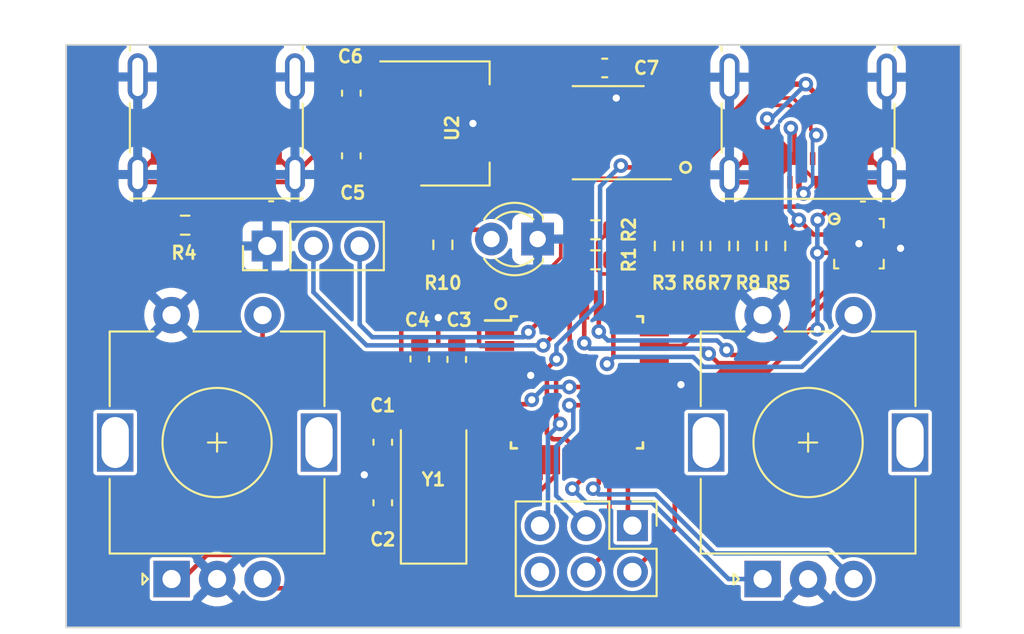
<source format=kicad_pcb>
(kicad_pcb (version 20221018) (generator pcbnew)
  (layers (0 "F.Cu" signal) (31 "B.Cu" signal) (34 "B.Paste" user) (35 "F.Paste" user) (36 "B.SilkS" user "B.Silkscreen") (37 "F.SilkS" user "F.Silkscreen") (38 "B.Mask" user) (39 "F.Mask" user) (44 "Edge.Cuts" user))
  (net 0 "")
  (net 1 "Net-(U1-XTAL1{slash}PB6)")
  (net 2 "GNDD")
  (net 3 "Net-(U1-XTAL2{slash}PB7)")
  (net 4 "+3V3")
  (net 5 "+5V")
  (net 13 "/D+")
  (net 14 "/D-")
  (net 20 "Net-(J1-CC1)")
  (net 21 "/CC1")
  (net 22 "/CC2")
  (net 23 "/VBUS_SW")
  (net 24 "/CPU_D+")
  (net 25 "/CPU_D-")
  (net 26 "/D+_PU")
  (net 27 "GND")
  (net 28 "/CC_RP")
  (net 29 "/CC_RD")
  (net 30 "Net-(D1-A)")
  (net 31 "/LED")
  (net 32 "/SW2A")
  (net 33 "/SW2B")
  (net 34 "/SW2C")
  (net 35 "/SW1A")
  (net 36 "/SW1B")
  (net 37 "/SW1C")
  (net 38 "/MISO")
  (net 39 "/SCK")
  (net 40 "/MOSI")
  (net 41 "/RST")
  (net 42 "Net-(U3-OUTA)")
  (net 46 "/TX")
  (net 47 "/RX")
  (net 48 "/SCL")
  (net 49 "/SDA")
  (footprint "Capacitor_SMD:C_0603_1608Metric" (layer "F.Cu") (at 90.424 57.137 -90)
    (fp_text reference "C1")
    (fp_text value "C")
  )
  (footprint "Resistor_SMD:R_0603_1608Metric" (layer "F.Cu") (at 79.565 45.212)
    (fp_text reference "R4")
    (fp_text value "5k1")
  )
  (footprint "Connector_PinHeader_2.54mm:PinHeader_2x03_P2.54mm_Vertical" (layer "F.Cu") (at 104.14 61.722 -90)
    (fp_text reference "J4" hide)
    (fp_text value "Conn_01x06")
  )
  (footprint "Capacitor_SMD:C_0603_1608Metric" (layer "F.Cu") (at 88.696 41.402 -90)
    (fp_text reference "C5")
    (fp_text value "1u")
  )
  (footprint "Resistor_SMD:R_0603_1608Metric" (layer "F.Cu") (at 102.108 45.466 180)
    (fp_text reference "R2")
    (fp_text value "68R")
  )
  (footprint "Package_QFP:TQFP-32_7x7mm_P0.8mm" (layer "F.Cu") (at 101.092 53.848)
    (fp_text reference "U1" hide)
    (fp_text value "ATmega328P-A")
  )
  (footprint "Crystal:Crystal_SMD_Abracon_ABM3-2Pin_5.0x3.2mm_HandSoldering" (layer "F.Cu") (at 93.218 59.182 90)
    (fp_text reference "Y1")
    (fp_text value "16MHz")
  )
  (footprint "Connector_USB:USB_C_Receptacle_Molex_105450-0101" (layer "F.Cu") (at 81.28 39.624 180)
    (fp_text reference "J1" hide)
    (fp_text value "USB_C_Receptacle_USB2.0_16P")
  )
  (footprint "Capacitor_SMD:C_0603_1608Metric" (layer "F.Cu") (at 88.696 37.959 -90)
    (fp_text reference "C6")
    (fp_text value "1u")
  )
  (footprint "Resistor_SMD:R_0603_1608Metric" (layer "F.Cu") (at 108.9406 46.355 -90)
    (fp_text reference "R7")
    (fp_text value "5k1")
  )
  (footprint "LED_THT:LED_D3.0mm" (layer "F.Cu") (at 98.933 45.974 180)
    (fp_text reference "D1" hide)
    (fp_text value "LED")
  )
  (footprint "Capacitor_SMD:C_0603_1608Metric" (layer "F.Cu") (at 90.424 60.465 90)
    (fp_text reference "C2")
    (fp_text value "C")
  )
  (footprint "Capacitor_SMD:C_0603_1608Metric" (layer "F.Cu") (at 102.616 36.576 180)
    (fp_text reference "C7")
    (fp_text value "1u")
  )
  (footprint "Connector_USB:USB_C_Receptacle_Molex_105450-0101" (layer "F.Cu") (at 113.792 39.639 180)
    (fp_text reference "J3" hide)
    (fp_text value "USB_C_Receptacle_USB2.0_16P")
  )
  (footprint "Package_TO_SOT_SMD:SOT-223-3_TabPin2" (layer "F.Cu") (at 94.386 39.624)
    (fp_text reference "U2")
    (fp_text value "MCP1703Ax-330xxDB")
  )
  (footprint "Rotary_Encoder:RotaryEncoder_Alps_EC11E-Switch_Vertical_H20mm" (layer "F.Cu") (at 111.292 64.654 90)
    (fp_text reference "SW3" hide)
    (fp_text value "EC12E2 424407")
  )
  (footprint "Resistor_SMD:R_0603_1608Metric" (layer "F.Cu") (at 105.8926 46.355 -90)
    (fp_text reference "R3")
    (fp_text value "1k5")
  )
  (footprint "Capacitor_SMD:C_0603_1608Metric" (layer "F.Cu") (at 92.456 52.565 -90)
    (fp_text reference "C4")
    (fp_text value "4u7")
  )
  (footprint "Resistor_SMD:R_0603_1608Metric" (layer "F.Cu") (at 93.726 46.291 -90)
    (fp_text reference "R10")
    (fp_text value "330R")
  )
  (footprint "Resistor_SMD:R_0603_1608Metric" (layer "F.Cu") (at 102.108 47.117 180)
    (fp_text reference "R1")
    (fp_text value "68R")
  )
  (footprint "Package_DFN_QFN:WQFN-14-1EP_2.5x2.5mm_P0.5mm_EP1.45x1.45mm" (layer "F.Cu") (at 116.586 46.228)
    (fp_text reference "U4" hide)
    (fp_text value "FUSB302B01MPX")
  )
  (footprint "Resistor_SMD:R_0603_1608Metric" (layer "F.Cu") (at 110.46 46.355 -90)
    (fp_text reference "R8")
    (fp_text value "36k")
  )
  (footprint "Rotary_Encoder:RotaryEncoder_Alps_EC11E-Switch_Vertical_H20mm" (layer "F.Cu") (at 78.82 64.654 90)
    (fp_text reference "SW1" hide)
    (fp_text value "RotaryEncoder_Switch")
  )
  (footprint "Package_SO:SOIC-8_3.9x4.9mm_P1.27mm" (layer "F.Cu") (at 102.808 40.132 180)
    (fp_text reference "U3" hide)
    (fp_text value "MIC2026-1xM")
  )
  (footprint "Capacitor_SMD:C_0603_1608Metric" (layer "F.Cu") (at 94.488 52.591 -90)
    (fp_text reference "C3")
    (fp_text value "100n")
  )
  (footprint "Connector_PinHeader_2.54mm:PinHeader_1x03_P2.54mm_Vertical" (layer "F.Cu") (at 84.074 46.355 90)
    (fp_text reference "J2" hide)
    (fp_text value "Conn_01x03")
  )
  (footprint "Resistor_SMD:R_0603_1608Metric" (layer "F.Cu") (at 107.4166 46.355 -90)
    (fp_text reference "R6")
    (fp_text value "5k1")
  )
  (footprint "Resistor_SMD:R_0603_1608Metric" (layer "F.Cu") (at 112.014 46.355 -90)
    (fp_text reference "R5")
    (fp_text value "36k")
  )
  (gr_circle (center 107.061 42.037) (end 107.315 42.164) (stroke (width 0.15)) (fill none) (layer "F.SilkS"))
  (gr_circle (center 96.901 49.53) (end 97.155 49.657) (stroke (width 0.15)) (fill none) (layer "F.SilkS"))
  (gr_circle (center 115.226 44.868) (end 115.48 44.995) (stroke (width 0.15)) (fill none) (layer "F.SilkS"))
  (gr_rect (start 73.025 35.306) (end 122.174 67.31) (stroke (width 0.1)) (fill none) (layer "Edge.Cuts"))
  (segment (start 93.1605 56.362) (end 93.218 56.4195) (width 0.25) (layer "F.Cu") (net 1))
  (segment (start 93.7895 55.848) (end 93.218 56.4195) (width 0.25) (layer "F.Cu") (net 1))
  (segment (start 90.424 56.362) (end 93.1605 56.362) (width 0.25) (layer "F.Cu") (net 1))
  (segment (start 96.842 55.848) (end 93.7895 55.848) (width 0.25) (layer "F.Cu") (net 1))
  (segment (start 85.715 37.184) (end 85.6 37.069) (width 0.25) (layer "F.Cu") (net 2))
  (segment (start 103.632 36.576) (end 105.283 38.227) (width 0.3) (layer "F.Cu") (net 2))
  (segment (start 98.552 52.959) (end 98.241 52.648) (width 0.25) (layer "F.Cu") (net 2))
  (segment (start 77.85 41.539) (end 76.96 42.429) (width 0.25) (layer "F.Cu") (net 2))
  (segment (start 77.37 42.839) (end 76.96 42.429) (width 0.25) (layer "F.Cu") (net 2))
  (segment (start 117.222 41.554) (end 118.112 42.444) (width 0.25) (layer "F.Cu") (net 2))
  (segment (start 117.702 42.854) (end 118.112 42.444) (width 0.25) (layer "F.Cu") (net 2))
  (segment (start 116.892 41.554) (end 117.222 41.554) (width 0.25) (layer "F.Cu") (net 2))
  (segment (start 85.19 42.839) (end 85.6 42.429) (width 0.25) (layer "F.Cu") (net 2))
  (segment (start 90.424 58.928) (end 90.424 57.912) (width 0.25) (layer "F.Cu") (net 2))
  (segment (start 98.552 53.848) (end 98.152 54.248) (width 0.25) (layer "F.Cu") (net 2))
  (segment (start 100.333 39.497) (end 97.663 39.497) (width 0.3) (layer "F.Cu") (net 2))
  (segment (start 110.362 41.554) (end 109.472 42.444) (width 0.25) (layer "F.Cu") (net 2))
  (segment (start 88.696 40.627) (end 90.233 40.627) (width 0.25) (layer "F.Cu") (net 2))
  (segment (start 87.402 40.627) (end 85.6 42.429) (width 0.25) (layer "F.Cu") (net 2))
  (segment (start 78.18 41.539) (end 77.85 41.539) (width 0.25) (layer "F.Cu") (net 2))
  (segment (start 92.482 51.816) (end 92.456 51.79) (width 0.25) (layer "F.Cu") (net 2))
  (segment (start 98.552 53.467) (end 98.552 52.959) (width 0.25) (layer "F.Cu") (net 2))
  (segment (start 110.792 42.854) (end 109.882 42.854) (width 0.25) (layer "F.Cu") (net 2))
  (segment (start 106.28 53.448) (end 106.807 53.975) (width 0.25) (layer "F.Cu") (net 2))
  (segment (start 116.792 42.854) (end 117.702 42.854) (width 0.25) (layer "F.Cu") (net 2))
  (segment (start 97.663 39.497) (end 97.536 39.624) (width 0.3) (layer "F.Cu") (net 2))
  (segment (start 93.472 51.816) (end 93.472 50.292) (width 0.25) (layer "F.Cu") (net 2))
  (segment (start 78.28 44.752) (end 78.74 45.212) (width 0.25) (layer "F.Cu") (net 2))
  (segment (start 103.391 36.576) (end 103.632 36.576) (width 0.3) (layer "F.Cu") (net 2))
  (segment (start 93.472 51.816) (end 92.482 51.816) (width 0.25) (layer "F.Cu") (net 2))
  (segment (start 98.552 53.467) (end 98.552 53.848) (width 0.25) (layer "F.Cu") (net 2))
  (segment (start 90.424 59.69) (end 90.424 58.928) (width 0.25) (layer "F.Cu") (net 2))
  (segment (start 118.1025 46.482) (end 118.872 46.482) (width 0.25) (layer "F.Cu") (net 2))
  (segment (start 97.536 39.624) (end 95.377 39.624) (width 0.25) (layer "F.Cu") (net 2))
  (segment (start 78.28 42.839) (end 78.28 44.752) (width 0.25) (layer "F.Cu") (net 2))
  (segment (start 105.283 38.227) (end 103.251 38.227) (width 0.3) (layer "F.Cu") (net 2))
  (segment (start 110.692 41.554) (end 110.362 41.554) (width 0.25) (layer "F.Cu") (net 2))
  (segment (start 84.71 41.539) (end 85.6 42.429) (width 0.25) (layer "F.Cu") (net 2))
  (segment (start 90.233 40.627) (end 91.236 39.624) (width 0.25) (layer "F.Cu") (net 2))
  (segment (start 117.8485 46.228) (end 117.8485 46.728) (width 0.25) (layer "F.Cu") (net 2))
  (segment (start 109.882 42.854) (end 109.472 42.444) (width 0.25) (layer "F.Cu") (net 2))
  (segment (start 84.28 42.839) (end 85.19 42.839) (width 0.25) (layer "F.Cu") (net 2))
  (segment (start 105.342 53.448) (end 106.28 53.448) (width 0.25) (layer "F.Cu") (net 2))
  (segment (start 94.488 51.816) (end 93.472 51.816) (width 0.25) (layer "F.Cu") (net 2))
  (segment (start 98.241 52.648) (end 96.842 52.648) (width 0.25) (layer "F.Cu") (net 2))
  (segment (start 78.28 42.839) (end 77.37 42.839) (width 0.25) (layer "F.Cu") (net 2))
  (segment (start 117.8485 46.228) (end 118.1025 46.482) (width 0.25) (layer "F.Cu") (net 2))
  (segment (start 84.38 41.539) (end 84.71 41.539) (width 0.25) (layer "F.Cu") (net 2))
  (segment (start 88.696 40.627) (end 87.402 40.627) (width 0.25) (layer "F.Cu") (net 2))
  (segment (start 88.696 37.184) (end 85.715 37.184) (width 0.25) (layer "F.Cu") (net 2))
  (segment (start 98.152 54.248) (end 96.842 54.248) (width 0.25) (layer "F.Cu") (net 2))
  (segment (start 90.424 58.928) (end 89.408 58.928) (width 0.25) (layer "F.Cu") (net 2))
  (via (at 93.472 50.292) (size 0.8) (drill 0.4) (layers "F.Cu" "B.Cu") (net 2))
  (via (at 103.251 38.227) (size 0.8) (drill 0.4) (layers "F.Cu" "B.Cu") (net 2))
  (via (at 116.586 46.228) (size 0.8) (drill 0.4) (layers "F.Cu" "B.Cu") (net 2))
  (via (at 118.872 46.482) (size 0.8) (drill 0.4) (layers "F.Cu" "B.Cu") (net 2))
  (via (at 106.807 53.975) (size 0.8) (drill 0.4) (layers "F.Cu" "B.Cu") (net 2))
  (via (at 89.408 58.928) (size 0.8) (drill 0.4) (layers "F.Cu" "B.Cu") (net 2))
  (via (at 95.377 39.624) (size 0.8) (drill 0.4) (layers "F.Cu" "B.Cu") (net 2))
  (via (at 98.552 53.467) (size 0.8) (drill 0.4) (layers "F.Cu" "B.Cu") (net 2))
  (segment (start 96.842 56.648) (end 95.752 56.648) (width 0.25) (layer "F.Cu") (net 3))
  (segment (start 92.5135 61.24) (end 93.218 61.9445) (width 0.25) (layer "F.Cu") (net 3))
  (segment (start 90.424 61.24) (end 92.5135 61.24) (width 0.25) (layer "F.Cu") (net 3))
  (segment (start 95.25 57.15) (end 95.25 59.9125) (width 0.25) (layer "F.Cu") (net 3))
  (segment (start 95.25 59.9125) (end 93.218 61.9445) (width 0.25) (layer "F.Cu") (net 3))
  (segment (start 95.752 56.648) (end 95.25 57.15) (width 0.25) (layer "F.Cu") (net 3))
  (segment (start 116.336 44.9655) (end 116.836 44.9655) (width 0.25) (layer "F.Cu") (net 4))
  (segment (start 104.417 55.848) (end 105.342 55.848) (width 0.25) (layer "F.Cu") (net 4))
  (segment (start 106.392 55.848) (end 105.342 55.848) (width 0.25) (layer "F.Cu") (net 4))
  (segment (start 108.995 53.245) (end 111.603792 53.245) (width 0.25) (layer "F.Cu") (net 4))
  (segment (start 102.671 54.102) (end 104.417 55.848) (width 0.25) (layer "F.Cu") (net 4))
  (segment (start 104.14 64.262) (end 106.467 61.935) (width 0.25) (layer "F.Cu") (net 4))
  (segment (start 100.674 54.102) (end 102.671 54.102) (width 0.25) (layer "F.Cu") (net 4))
  (segment (start 116.336 44.57826) (end 116.336 44.9655) (width 0.25) (layer "F.Cu") (net 4))
  (segment (start 92.456 53.34) (end 91.44 52.324) (width 0.25) (layer "F.Cu") (net 4))
  (segment (start 114.315254 44.926948) (end 114.939202 44.303) (width 0.25) (layer "F.Cu") (net 4))
  (segment (start 111.603792 53.245) (end 113.916441 50.932351) (width 0.25) (layer "F.Cu") (net 4))
  (segment (start 106.392 55.848) (end 108.995 53.245) (width 0.25) (layer "F.Cu") (net 4))
  (segment (start 106.467 55.923) (end 106.392 55.848) (width 0.25) (layer "F.Cu") (net 4))
  (segment (start 98.611036 54.809171) (end 98.372207 55.048) (width 0.25) (layer "F.Cu") (net 4))
  (segment (start 115.3235 46.728) (end 114.308 46.728) (width 0.25) (layer "F.Cu") (net 4))
  (segment (start 95.792 55.048) (end 96.842 55.048) (width 0.25) (layer "F.Cu") (net 4))
  (segment (start 91.44 42.128) (end 91.236 41.924) (width 0.25) (layer "F.Cu") (net 4))
  (segment (start 90.983 42.177) (end 91.236 41.924) (width 0.25) (layer "F.Cu") (net 4))
  (segment (start 115.3235 46.978) (end 115.836 47.4905) (width 0.25) (layer "F.Cu") (net 4))
  (segment (start 94.488 53.366) (end 95.504 53.366) (width 0.25) (layer "F.Cu") (net 4))
  (segment (start 95.504 54.76) (end 95.792 55.048) (width 0.25) (layer "F.Cu") (net 4))
  (segment (start 92.482 53.366) (end 92.456 53.34) (width 0.25) (layer "F.Cu") (net 4))
  (segment (start 95.504 53.366) (end 96.76 53.366) (width 0.25) (layer "F.Cu") (net 4))
  (segment (start 98.372207 55.048) (end 96.842 55.048) (width 0.25) (layer "F.Cu") (net 4))
  (segment (start 94.488 53.366) (end 92.482 53.366) (width 0.25) (layer "F.Cu") (net 4))
  (segment (start 116.06074 44.303) (end 116.336 44.57826) (width 0.25) (layer "F.Cu") (net 4))
  (segment (start 114.308 46.728) (end 114.3 46.736) (width 0.25) (layer "F.Cu") (net 4))
  (segment (start 115.3235 46.728) (end 115.3235 46.978) (width 0.25) (layer "F.Cu") (net 4))
  (segment (start 96.76 53.366) (end 96.842 53.448) (width 0.25) (layer "F.Cu") (net 4))
  (segment (start 88.696 42.177) (end 90.983 42.177) (width 0.25) (layer "F.Cu") (net 4))
  (segment (start 113.916441 50.932351) (end 114.305351 50.932351) (width 0.25) (layer "F.Cu") (net 4))
  (segment (start 91.44 52.324) (end 91.44 42.128) (width 0.25) (layer "F.Cu") (net 4))
  (segment (start 106.467 61.935) (end 106.467 55.923) (width 0.25) (layer "F.Cu") (net 4))
  (segment (start 114.939202 44.303) (end 116.06074 44.303) (width 0.25) (layer "F.Cu") (net 4))
  (segment (start 95.504 53.366) (end 95.504 54.76) (width 0.25) (layer "F.Cu") (net 4))
  (via (at 114.305351 50.932351) (size 0.8) (drill 0.4) (layers "F.Cu" "B.Cu") (net 4))
  (via (at 100.674 54.102) (size 0.8) (drill 0.4) (layers "F.Cu" "B.Cu") (net 4))
  (via (at 114.3 46.736) (size 0.8) (drill 0.4) (layers "F.Cu" "B.Cu") (net 4))
  (via (at 114.315254 44.926948) (size 0.8) (drill 0.4) (layers "F.Cu" "B.Cu") (net 4))
  (via (at 98.611036 54.809171) (size 0.8) (drill 0.4) (layers "F.Cu" "B.Cu") (net 4))
  (segment (start 99.318207 54.102) (end 98.611036 54.809171) (width 0.25) (layer "B.Cu") (net 4))
  (segment (start 114.305351 46.741351) (end 114.3 46.736) (width 0.25) (layer "B.Cu") (net 4))
  (segment (start 114.3 44.942202) (end 114.315254 44.926948) (width 0.25) (layer "B.Cu") (net 4))
  (segment (start 100.674 54.102) (end 99.318207 54.102) (width 0.25) (layer "B.Cu") (net 4))
  (segment (start 114.305351 50.932351) (end 114.305351 46.741351) (width 0.25) (layer "B.Cu") (net 4))
  (segment (start 114.3 46.736) (end 114.3 44.942202) (width 0.25) (layer "B.Cu") (net 4))
  (segment (start 82.505 40.864) (end 82.729 40.64) (width 0.3) (layer "F.Cu") (net 5))
  (segment (start 82.78 42.839) (end 82.78 42.3686) (width 0.3) (layer "F.Cu") (net 5))
  (segment (start 79.78 42.839) (end 79.78 42.3178) (width 0.3) (layer "F.Cu") (net 5))
  (segment (start 101.841 36.576) (end 101.841 40.233999) (width 0.3) (layer "F.Cu") (net 5))
  (segment (start 82.281 40.64) (end 82.505 40.864) (width 0.3) (layer "F.Cu") (net 5))
  (segment (start 87.855 38.734) (end 88.696 38.734) (width 0.3) (layer "F.Cu") (net 5))
  (segment (start 80.03 42.0678) (end 80.03 41.539) (width 0.3) (layer "F.Cu") (net 5))
  (segment (start 89.826 38.734) (end 88.696 38.734) (width 0.3) (layer "F.Cu") (net 5))
  (segment (start 82.53 42.1186) (end 82.53 41.539) (width 0.3) (layer "F.Cu") (net 5))
  (segment (start 82.78 42.3686) (end 82.53 42.1186) (width 0.25) (layer "F.Cu") (net 5))
  (segment (start 91.236 37.324) (end 89.826 38.734) (width 0.3) (layer "F.Cu") (net 5))
  (segment (start 91.984 36.576) (end 91.236 37.324) (width 0.3) (layer "F.Cu") (net 5))
  (segment (start 101.841 36.576) (end 91.984 36.576) (width 0.3) (layer "F.Cu") (net 5))
  (segment (start 79.78 42.3178) (end 80.03 42.0678) (width 0.3) (layer "F.Cu") (net 5))
  (segment (start 82.53 40.889) (end 82.53 41.539) (width 0.3) (layer "F.Cu") (net 5))
  (segment (start 80.03 40.889) (end 80.279 40.64) (width 0.3) (layer "F.Cu") (net 5))
  (segment (start 101.841 40.233999) (end 101.307999 40.767) (width 0.3) (layer "F.Cu") (net 5))
  (segment (start 82.505 40.864) (end 82.53 40.889) (width 0.3) (layer "F.Cu") (net 5))
  (segment (start 80.279 40.64) (end 82.281 40.64) (width 0.3) (layer "F.Cu") (net 5))
  (segment (start 85.949 40.64) (end 87.855 38.734) (width 0.3) (layer "F.Cu") (net 5))
  (segment (start 80.03 41.539) (end 80.03 40.889) (width 0.3) (layer "F.Cu") (net 5))
  (segment (start 101.307999 40.767) (end 100.333 40.767) (width 0.3) (layer "F.Cu") (net 5))
  (segment (start 82.729 40.64) (end 85.949 40.64) (width 0.3) (layer "F.Cu") (net 5))
  (segment (start 113.542 41.554) (end 113.542 42.104) (width 0.2) (layer "F.Cu") (net 13))
  (segment (start 113.542 41.554) (end 113.542 39.374) (width 0.2) (layer "F.Cu") (net 13))
  (segment (start 113.542 39.374) (end 112.795 38.627) (width 0.2) (layer "F.Cu") (net 13))
  (segment (start 104.521 45.593) (end 104.521 46.863) (width 0.2) (layer "F.Cu") (net 13))
  (segment (start 108.175 42.3842) (end 106.3922 44.167) (width 0.2) (layer "F.Cu") (net 13))
  (segment (start 105.566 44.167) (end 104.521 45.212) (width 0.2) (layer "F.Cu") (net 13))
  (segment (start 112.795 38.627) (end 111.292082 38.627) (width 0.2) (layer "F.Cu") (net 13))
  (segment (start 111.292082 38.627) (end 108.175 41.744082) (width 0.2) (layer "F.Cu") (net 13))
  (segment (start 104.521 45.212) (end 104.521 45.593) (width 0.2) (layer "F.Cu") (net 13))
  (segment (start 108.175 41.744082) (end 108.175 42.3842) (width 0.2) (layer "F.Cu") (net 13))
  (segment (start 106.3922 44.167) (end 105.566 44.167) (width 0.2) (layer "F.Cu") (net 13))
  (segment (start 113.542 42.104) (end 114.292 42.854) (width 0.2) (layer "F.Cu") (net 13))
  (segment (start 104.521 46.863) (end 104.267 47.117) (width 0.2) (layer "F.Cu") (net 13))
  (segment (start 104.267 47.117) (end 102.933 47.117) (width 0.2) (layer "F.Cu") (net 13))
  (segment (start 112.960686 38.227) (end 113.942 39.208314) (width 0.2) (layer "F.Cu") (net 14))
  (segment (start 102.233 47.6832) (end 102.4418 47.892) (width 0.2) (layer "F.Cu") (net 14))
  (segment (start 103.505 46.355) (end 104.121 46.355) (width 0.2) (layer "F.Cu") (net 14))
  (segment (start 114.042 40.459) (end 114.042 41.554) (width 0.2) (layer "F.Cu") (net 14))
  (segment (start 104.121 45.046315) (end 105.450314 43.717) (width 0.2) (layer "F.Cu") (net 14))
  (segment (start 111.126396 38.227) (end 112.960686 38.227) (width 0.2) (layer "F.Cu") (net 14))
  (segment (start 102.233 46.166) (end 102.233 47.6832) (width 0.2) (layer "F.Cu") (net 14))
  (segment (start 113.942 39.208314) (end 113.942 39.959) (width 0.2) (layer "F.Cu") (net 14))
  (segment (start 102.933 45.783) (end 103.505 46.355) (width 0.2) (layer "F.Cu") (net 14))
  (segment (start 113.292 43.225) (end 113.538 43.471) (width 0.2) (layer "F.Cu") (net 14))
  (segment (start 113.292 42.854) (end 113.292 43.225) (width 0.2) (layer "F.Cu") (net 14))
  (segment (start 106.276514 43.717) (end 107.775 42.218514) (width 0.2) (layer "F.Cu") (net 14))
  (segment (start 102.933 45.466) (end 102.933 45.783) (width 0.2) (layer "F.Cu") (net 14))
  (segment (start 105.029 46.3936) (end 105.8926 45.53) (width 0.2) (layer "F.Cu") (net 14))
  (segment (start 113.942 39.959) (end 114.242 40.259) (width 0.2) (layer "F.Cu") (net 14))
  (segment (start 107.775 42.218514) (end 107.775 41.578396) (width 0.2) (layer "F.Cu") (net 14))
  (segment (start 102.933 45.466) (end 102.233 46.166) (width 0.2) (layer "F.Cu") (net 14))
  (segment (start 102.4418 47.892) (end 104.057686 47.892) (width 0.2) (layer "F.Cu") (net 14))
  (segment (start 105.450314 43.717) (end 106.276514 43.717) (width 0.2) (layer "F.Cu") (net 14))
  (segment (start 104.057686 47.892) (end 105.029 46.920686) (width 0.2) (layer "F.Cu") (net 14))
  (segment (start 114.242 40.259) (end 114.042 40.459) (width 0.2) (layer "F.Cu") (net 14))
  (segment (start 107.775 41.578396) (end 111.126396 38.227) (width 0.2) (layer "F.Cu") (net 14))
  (segment (start 104.121 46.355) (end 104.121 45.046315) (width 0.2) (layer "F.Cu") (net 14))
  (segment (start 105.029 46.920686) (end 105.029 46.3936) (width 0.2) (layer "F.Cu") (net 14))
  (via (at 113.538 43.471) (size 0.8) (drill 0.4) (layers "F.Cu" "B.Cu") (net 14))
  (via (at 114.242 40.259) (size 0.8) (drill 0.4) (layers "F.Cu" "B.Cu") (net 14))
  (segment (start 114.042 42.967) (end 113.538 43.471) (width 0.2) (layer "B.Cu") (net 14))
  (segment (start 114.042 40.459) (end 114.042 42.967) (width 0.2) (layer "B.Cu") (net 14))
  (segment (start 114.242 40.259) (end 114.042 40.459) (width 0.2) (layer "B.Cu") (net 14))
  (segment (start 82.28 42.839) (end 82.28 43.322) (width 0.25) (layer "F.Cu") (net 20))
  (segment (start 82.28 43.322) (end 80.39 45.212) (width 0.25) (layer "F.Cu") (net 20))
  (segment (start 108.3316 44.615) (end 107.4166 45.53) (width 0.25) (layer "F.Cu") (net 21))
  (segment (start 117.336 44.057) (end 116.833 43.554) (width 0.25) (layer "F.Cu") (net 21))
  (segment (start 110.46 45.53) (end 109.545 44.615) (width 0.25) (layer "F.Cu") (net 21))
  (segment (start 117.336 44.9655) (end 117.336 44.057) (width 0.25) (layer "F.Cu") (net 21))
  (segment (start 109.545 44.615) (end 108.3316 44.615) (width 0.25) (layer "F.Cu") (net 21))
  (segment (start 110.46 45.53) (end 111.794 44.196) (width 0.25) (layer "F.Cu") (net 21))
  (segment (start 117.6095 44.9655) (end 117.336 44.9655) (width 0.25) (layer "F.Cu") (net 21))
  (segment (start 114.15 44.196) (end 114.792 43.554) (width 0.25) (layer "F.Cu") (net 21))
  (segment (start 114.792 43.554) (end 114.792 42.854) (width 0.25) (layer "F.Cu") (net 21))
  (segment (start 116.833 43.554) (end 114.792 43.554) (width 0.25) (layer "F.Cu") (net 21))
  (segment (start 111.794 44.196) (end 114.15 44.196) (width 0.25) (layer "F.Cu") (net 21))
  (segment (start 117.8485 45.2045) (end 117.6095 44.9655) (width 0.25) (layer "F.Cu") (net 21))
  (segment (start 117.8485 45.728) (end 117.8485 45.2045) (width 0.25) (layer "F.Cu") (net 21))
  (segment (start 115.3235 45.27775) (end 115.3235 45.728) (width 0.25) (layer "F.Cu") (net 22))
  (segment (start 112.842 39.878) (end 113.042 40.078) (width 0.25) (layer "F.Cu") (net 22))
  (segment (start 114.091 45.728) (end 113.284 44.921) (width 0.25) (layer "F.Cu") (net 22))
  (segment (start 108.9406 45.53) (end 109.7386 46.328) (width 0.25) (layer "F.Cu") (net 22))
  (segment (start 115.3235 45.728) (end 114.091 45.728) (width 0.25) (layer "F.Cu") (net 22))
  (segment (start 111.216 46.328) (end 112.014 45.53) (width 0.25) (layer "F.Cu") (net 22))
  (segment (start 109.7386 46.328) (end 111.216 46.328) (width 0.25) (layer "F.Cu") (net 22))
  (segment (start 115.836 44.9655) (end 115.63575 44.9655) (width 0.25) (layer "F.Cu") (net 22))
  (segment (start 115.63575 44.9655) (end 115.3235 45.27775) (width 0.25) (layer "F.Cu") (net 22))
  (segment (start 113.284 44.921) (end 112.675 45.53) (width 0.25) (layer "F.Cu") (net 22))
  (segment (start 113.042 40.078) (end 113.042 41.554) (width 0.25) (layer "F.Cu") (net 22))
  (segment (start 112.675 45.53) (end 112.014 45.53) (width 0.25) (layer "F.Cu") (net 22))
  (via (at 113.284 44.921) (size 0.8) (drill 0.4) (layers "F.Cu" "B.Cu") (net 22))
  (via (at 112.842 39.878) (size 0.8) (drill 0.4) (layers "F.Cu" "B.Cu") (net 22))
  (segment (start 112.776 44.413) (end 113.284 44.921) (width 0.25) (layer "B.Cu") (net 22))
  (segment (start 112.842 39.878) (end 112.776 39.944) (width 0.25) (layer "B.Cu") (net 22))
  (segment (start 112.776 39.944) (end 112.776 44.413) (width 0.25) (layer "B.Cu") (net 22))
  (segment (start 103.605 42.037) (end 103.505 41.937) (width 0.25) (layer "F.Cu") (net 23))
  (segment (start 99.441 56.642) (end 99.772 56.973) (width 0.25) (layer "F.Cu") (net 23))
  (segment (start 99.967 52.578) (end 99.441 53.104) (width 0.25) (layer "F.Cu") (net 23))
  (segment (start 100.692 57.173) (end 100.692 58.098) (width 0.25) (layer "F.Cu") (net 23))
  (segment (start 100.492 56.973) (end 100.692 57.173) (width 0.25) (layer "F.Cu") (net 23))
  (segment (start 105.283 42.037) (end 103.605 42.037) (width 0.25) (layer "F.Cu") (net 23))
  (segment (start 99.441 53.104) (end 99.441 56.642) (width 0.25) (layer "F.Cu") (net 23))
  (segment (start 99.772 56.973) (end 100.492 56.973) (width 0.25) (layer "F.Cu") (net 23))
  (via (at 99.967 52.578) (size 0.8) (drill 0.4) (layers "F.Cu" "B.Cu") (net 23))
  (via (at 103.505 41.937) (size 0.8) (drill 0.4) (layers "F.Cu" "B.Cu") (net 23))
  (segment (start 102.362 43.08) (end 103.505 41.937) (width 0.25) (layer "B.Cu") (net 23))
  (segment (start 99.967 51.809957) (end 102.362 49.414957) (width 0.25) (layer "B.Cu") (net 23))
  (segment (start 102.362 49.414957) (end 102.362 43.08) (width 0.25) (layer "B.Cu") (net 23))
  (segment (start 99.967 52.578) (end 99.967 51.809957) (width 0.25) (layer "B.Cu") (net 23))
  (segment (start 100.603 47.225) (end 100.603 46.463) (width 0.2) (layer "F.Cu") (net 24))
  (segment (start 101.1685 46.241) (end 101.283 46.3555) (width 0.2) (layer "F.Cu") (net 24))
  (segment (start 100.603 46.463) (end 100.825 46.241) (width 0.2) (layer "F.Cu") (net 24))
  (segment (start 98.292 49.598) (end 97.979 49.911) (width 0.2) (layer "F.Cu") (net 24))
  (segment (start 101.283 46.3555) (end 101.283 47.117) (width 0.2) (layer "F.Cu") (net 24))
  (segment (start 97.979 49.911) (end 97.047 49.911) (width 0.2) (layer "F.Cu") (net 24))
  (segment (start 97.047 49.911) (end 97.047 49.187686) (width 0.2) (layer "F.Cu") (net 24))
  (segment (start 99.33 48.498) (end 100.603 47.225) (width 0.2) (layer "F.Cu") (net 24))
  (segment (start 100.825 46.241) (end 101.1685 46.241) (width 0.2) (layer "F.Cu") (net 24))
  (segment (start 97.736686 48.498) (end 99.33 48.498) (width 0.2) (layer "F.Cu") (net 24))
  (segment (start 97.047 49.187686) (end 97.736686 48.498) (width 0.2) (layer "F.Cu") (net 24))
  (segment (start 100.203 46.99) (end 99.095 48.098) (width 0.2) (layer "F.Cu") (net 25))
  (segment (start 100.203 45.974) (end 100.203 46.99) (width 0.2) (layer "F.Cu") (net 25))
  (segment (start 101.283 45.466) (end 100.711 45.466) (width 0.2) (layer "F.Cu") (net 25))
  (segment (start 99.095 48.098) (end 97.571001 48.098) (width 0.2) (layer "F.Cu") (net 25))
  (segment (start 97.571001 48.098) (end 96.647 49.022) (width 0.2) (layer "F.Cu") (net 25))
  (segment (start 96.647 50.853) (end 96.842 51.048) (width 0.2) (layer "F.Cu") (net 25))
  (segment (start 96.647 49.022) (end 96.647 50.853) (width 0.2) (layer "F.Cu") (net 25))
  (segment (start 100.711 45.466) (end 100.203 45.974) (width 0.2) (layer "F.Cu") (net 25))
  (segment (start 105.8926 47.5974) (end 103.892 49.598) (width 0.25) (layer "F.Cu") (net 26))
  (segment (start 105.8926 47.18) (end 105.8926 47.5974) (width 0.25) (layer "F.Cu") (net 26))
  (segment (start 112.014 47.18) (end 110.46 47.18) (width 0.25) (layer "F.Cu") (net 28))
  (segment (start 106.902 51.848) (end 105.342 51.848) (width 0.25) (layer "F.Cu") (net 28))
  (segment (start 110.46 48.29) (end 106.902 51.848) (width 0.25) (layer "F.Cu") (net 28))
  (segment (start 110.46 47.18) (end 110.46 48.29) (width 0.25) (layer "F.Cu") (net 28))
  (segment (start 108.9406 48.7934) (end 106.686 51.048) (width 0.25) (layer "F.Cu") (net 29))
  (segment (start 108.9406 47.18) (end 108.9406 48.7934) (width 0.25) (layer "F.Cu") (net 29))
  (segment (start 106.686 51.048) (end 105.342 51.048) (width 0.25) (layer "F.Cu") (net 29))
  (segment (start 108.9406 47.18) (end 107.4166 47.18) (width 0.25) (layer "F.Cu") (net 29))
  (segment (start 95.885 45.466) (end 96.393 45.974) (width 0.25) (layer "F.Cu") (net 30))
  (segment (start 93.726 45.466) (end 95.885 45.466) (width 0.25) (layer "F.Cu") (net 30))
  (segment (start 95.717 49.107) (end 95.717 51.773) (width 0.25) (layer "F.Cu") (net 31))
  (segment (start 93.726 47.116) (end 95.717 49.107) (width 0.25) (layer "F.Cu") (net 31))
  (segment (start 95.792 51.848) (end 96.842 51.848) (width 0.25) (layer "F.Cu") (net 31))
  (segment (start 95.717 51.773) (end 95.792 51.848) (width 0.25) (layer "F.Cu") (net 31))
  (segment (start 79.698 64.402167) (end 80.771167 63.329) (width 0.25) (layer "F.Cu") (net 32))
  (segment (start 95.954 63.940396) (end 95.954 62.286) (width 0.25) (layer "F.Cu") (net 32))
  (segment (start 78.82 64.654) (end 79.698 65.532) (width 0.25) (layer "F.Cu") (net 32))
  (segment (start 85.919604 64.712) (end 95.182396 64.712) (width 0.25) (layer "F.Cu") (net 32))
  (segment (start 79.698 65.532) (end 79.698 64.402167) (width 0.25) (layer "F.Cu") (net 32))
  (segment (start 95.182396 64.712) (end 95.954 63.940396) (width 0.25) (layer "F.Cu") (net 32))
  (segment (start 99.092 59.148) (end 99.092 58.098) (width 0.25) (layer "F.Cu") (net 32))
  (segment (start 80.771167 63.329) (end 84.536604 63.329) (width 0.25) (layer "F.Cu") (net 32))
  (segment (start 95.954 62.286) (end 99.092 59.148) (width 0.25) (layer "F.Cu") (net 32))
  (segment (start 84.536604 63.329) (end 85.919604 64.712) (width 0.25) (layer "F.Cu") (net 32))
  (segment (start 99.892 58.098) (end 99.892 58.984396) (width 0.25) (layer "F.Cu") (net 33))
  (segment (start 96.404 62.472396) (end 96.404 64.126792) (width 0.25) (layer "F.Cu") (net 33))
  (segment (start 99.892 58.984396) (end 96.404 62.472396) (width 0.25) (layer "F.Cu") (net 33))
  (segment (start 96.404 64.126792) (end 95.368792 65.162) (width 0.25) (layer "F.Cu") (net 33))
  (segment (start 95.368792 65.162) (end 84.328 65.162) (width 0.25) (layer "F.Cu") (net 33))
  (segment (start 84.328 65.162) (end 83.82 64.654) (width 0.25) (layer "F.Cu") (net 33))
  (segment (start 98.292 59.311604) (end 98.292 58.098) (width 0.25) (layer "F.Cu") (net 34))
  (segment (start 95.504 62.099604) (end 98.292 59.311604) (width 0.25) (layer "F.Cu") (net 34))
  (segment (start 83.82 61.976) (end 86.106 64.262) (width 0.25) (layer "F.Cu") (net 34))
  (segment (start 95.504 63.754) (end 95.504 62.099604) (width 0.25) (layer "F.Cu") (net 34))
  (segment (start 94.996 64.262) (end 95.504 63.754) (width 0.25) (layer "F.Cu") (net 34))
  (segment (start 83.82 50.154) (end 83.82 61.976) (width 0.25) (layer "F.Cu") (net 34))
  (segment (start 86.106 64.262) (end 94.996 64.262) (width 0.25) (layer "F.Cu") (net 34))
  (segment (start 101.492 58.098) (end 101.492 59.036) (width 0.25) (layer "F.Cu") (net 35))
  (segment (start 101.492 59.036) (end 100.838 59.69) (width 0.25) (layer "F.Cu") (net 35))
  (via (at 100.838 59.69) (size 0.8) (drill 0.4) (layers "F.Cu" "B.Cu") (net 35))
  (segment (start 105.22 60.452) (end 109.422 64.654) (width 0.25) (layer "B.Cu") (net 35))
  (segment (start 109.422 64.654) (end 111.292 64.654) (width 0.25) (layer "B.Cu") (net 35))
  (segment (start 101.6 60.452) (end 105.22 60.452) (width 0.25) (layer "B.Cu") (net 35))
  (segment (start 100.838 59.69) (end 101.6 60.452) (width 0.25) (layer "B.Cu") (net 35))
  (segment (start 102.292 59.379) (end 101.981 59.69) (width 0.25) (layer "F.Cu") (net 36))
  (segment (start 102.292 58.098) (end 102.292 59.379) (width 0.25) (layer "F.Cu") (net 36))
  (via (at 101.981 59.69) (size 0.8) (drill 0.4) (layers "F.Cu" "B.Cu") (net 36))
  (segment (start 108.650396 63.246) (end 114.884 63.246) (width 0.25) (layer "B.Cu") (net 36))
  (segment (start 105.406396 60.002) (end 108.650396 63.246) (width 0.25) (layer "B.Cu") (net 36))
  (segment (start 102.293 60.002) (end 105.406396 60.002) (width 0.25) (layer "B.Cu") (net 36))
  (segment (start 114.884 63.246) (end 116.292 64.654) (width 0.25) (layer "B.Cu") (net 36))
  (segment (start 101.981 59.69) (end 102.293 60.002) (width 0.25) (layer "B.Cu") (net 36))
  (segment (start 103.092 52.483) (end 102.743 52.832) (width 0.25) (layer "F.Cu") (net 37))
  (segment (start 103.092 49.598) (end 103.092 52.483) (width 0.25) (layer "F.Cu") (net 37))
  (via (at 102.743 52.832) (size 0.8) (drill 0.4) (layers "F.Cu" "B.Cu") (net 37))
  (segment (start 108.030695 52.996353) (end 113.449647 52.996353) (width 0.25) (layer "B.Cu") (net 37))
  (segment (start 102.743 52.832) (end 103.124 52.451) (width 0.25) (layer "B.Cu") (net 37))
  (segment (start 103.124 52.451) (end 107.485342 52.451) (width 0.25) (layer "B.Cu") (net 37))
  (segment (start 113.449647 52.996353) (end 116.292 50.154) (width 0.25) (layer "B.Cu") (net 37))
  (segment (start 107.485342 52.451) (end 108.030695 52.996353) (width 0.25) (layer "B.Cu") (net 37))
  (segment (start 103.892 58.098) (end 103.892 61.474) (width 0.25) (layer "F.Cu") (net 38))
  (segment (start 103.892 61.474) (end 104.14 61.722) (width 0.25) (layer "F.Cu") (net 38))
  (segment (start 103.034607 55.102003) (end 104.580604 56.648) (width 0.25) (layer "F.Cu") (net 39))
  (segment (start 100.674 55.102003) (end 103.034607 55.102003) (width 0.25) (layer "F.Cu") (net 39))
  (segment (start 104.580604 56.648) (end 105.342 56.648) (width 0.25) (layer "F.Cu") (net 39))
  (via (at 100.674 55.102003) (size 0.8) (drill 0.4) (layers "F.Cu" "B.Cu") (net 39))
  (segment (start 99.949 60.071) (end 101.6 61.722) (width 0.25) (layer "B.Cu") (net 39))
  (segment (start 100.891 56.429652) (end 99.949 57.371652) (width 0.25) (layer "B.Cu") (net 39))
  (segment (start 100.674 55.102003) (end 100.891 55.319003) (width 0.25) (layer "B.Cu") (net 39))
  (segment (start 99.949 57.371652) (end 99.949 60.071) (width 0.25) (layer "B.Cu") (net 39))
  (segment (start 100.891 55.319003) (end 100.891 56.429652) (width 0.25) (layer "B.Cu") (net 39))
  (segment (start 102.87 62.992) (end 101.6 64.262) (width 0.25) (layer "F.Cu") (net 40))
  (segment (start 103.092 59.148) (end 102.87 59.37) (width 0.25) (layer "F.Cu") (net 40))
  (segment (start 103.092 58.098) (end 103.092 59.148) (width 0.25) (layer "F.Cu") (net 40))
  (segment (start 102.87 59.37) (end 102.87 62.992) (width 0.25) (layer "F.Cu") (net 40))
  (segment (start 100.166 56.129347) (end 99.949 55.912347) (width 0.25) (layer "F.Cu") (net 41))
  (segment (start 99.949 55.912347) (end 99.949 53.621305) (width 0.25) (layer "F.Cu") (net 41))
  (segment (start 99.949 53.621305) (end 100.692 52.878305) (width 0.25) (layer "F.Cu") (net 41))
  (segment (start 100.692 52.878305) (end 100.692 49.598) (width 0.25) (layer "F.Cu") (net 41))
  (via (at 100.166 56.129347) (size 0.8) (drill 0.4) (layers "F.Cu" "B.Cu") (net 41))
  (segment (start 99.499 56.796347) (end 99.499 61.283) (width 0.25) (layer "B.Cu") (net 41))
  (segment (start 99.499 61.283) (end 99.06 61.722) (width 0.25) (layer "B.Cu") (net 41))
  (segment (start 100.166 56.129347) (end 99.499 56.796347) (width 0.25) (layer "B.Cu") (net 41))
  (segment (start 112.292 42.854) (end 112.292 42.394) (width 0.3) (layer "F.Cu") (net 42))
  (segment (start 115.042 42.144) (end 115.292 42.394) (width 0.25) (layer "F.Cu") (net 42))
  (segment (start 107.325 42.032118) (end 106.670118 42.687) (width 0.3) (layer "F.Cu") (net 42))
  (segment (start 113.665 37.465) (end 111.252 37.465) (width 0.3) (layer "F.Cu") (net 42))
  (segment (start 107.325 41.392) (end 107.325 42.032118) (width 0.3) (layer "F.Cu") (net 42))
  (segment (start 115.042 41.554) (end 115.042 40.854) (width 0.3) (layer "F.Cu") (net 42))
  (segment (start 111.544016 39.906016) (end 111.544016 39.365016) (width 0.3) (layer "F.Cu") (net 42))
  (segment (start 115.042 40.854) (end 115.189 40.707) (width 0.3) (layer "F.Cu") (net 42))
  (segment (start 115.292 42.394) (end 115.292 42.854) (width 0.3) (layer "F.Cu") (net 42))
  (segment (start 115.189 40.707) (end 115.189 38.989) (width 0.3) (layer "F.Cu") (net 42))
  (segment (start 115.042 41.554) (end 115.042 42.144) (width 0.3) (layer "F.Cu") (net 42))
  (segment (start 112.542 40.904) (end 111.544016 39.906016) (width 0.3) (layer "F.Cu") (net 42))
  (segment (start 112.542 42.144) (end 112.542 41.554) (width 0.3) (layer "F.Cu") (net 42))
  (segment (start 112.292 42.394) (end 112.542 42.144) (width 0.25) (layer "F.Cu") (net 42))
  (segment (start 106.670118 42.687) (end 100.983 42.687) (width 0.3) (layer "F.Cu") (net 42))
  (segment (start 112.542 41.554) (end 112.542 40.904) (width 0.3) (layer "F.Cu") (net 42))
  (segment (start 100.983 42.687) (end 100.333 42.037) (width 0.3) (layer "F.Cu") (net 42))
  (segment (start 111.252 37.465) (end 107.325 41.392) (width 0.3) (layer "F.Cu") (net 42))
  (segment (start 115.189 38.989) (end 113.665 37.465) (width 0.3) (layer "F.Cu") (net 42))
  (via (at 111.544016 39.365016) (size 0.8) (drill 0.4) (layers "F.Cu" "B.Cu") (net 42))
  (via (at 113.665 37.465) (size 0.8) (drill 0.4) (layers "F.Cu" "B.Cu") (net 42))
  (segment (start 113.665 37.465) (end 113.665 37.719) (width 0.25) (layer "B.Cu") (net 42))
  (segment (start 111.544016 39.365016) (end 111.764984 39.365016) (width 0.25) (layer "B.Cu") (net 42))
  (segment (start 111.764984 39.365016) (end 113.665 37.465) (width 0.25) (layer "B.Cu") (net 42))
  (segment (start 99.892 51.166696) (end 99.892 49.598) (width 0.25) (layer "F.Cu") (net 46))
  (segment (start 99.24203 51.816666) (end 99.892 51.166696) (width 0.25) (layer "F.Cu") (net 46))
  (via (at 99.24203 51.816666) (size 0.8) (drill 0.4) (layers "F.Cu" "B.Cu") (net 46))
  (segment (start 99.24203 51.816666) (end 99.241364 51.816) (width 0.25) (layer "B.Cu") (net 46))
  (segment (start 86.614 48.895) (end 86.614 46.355) (width 0.25) (layer "B.Cu") (net 46))
  (segment (start 89.535 51.816) (end 86.614 48.895) (width 0.25) (layer "B.Cu") (net 46))
  (segment (start 99.241364 51.816) (end 89.535 51.816) (width 0.25) (layer "B.Cu") (net 46))
  (segment (start 98.425 51.091) (end 99.092 50.424) (width 0.25) (layer "F.Cu") (net 47))
  (segment (start 99.092 50.424) (end 99.092 49.598) (width 0.25) (layer "F.Cu") (net 47))
  (via (at 98.425 51.091) (size 0.8) (drill 0.4) (layers "F.Cu" "B.Cu") (net 47))
  (segment (start 89.154 50.673) (end 89.154 46.355) (width 0.25) (layer "B.Cu") (net 47))
  (segment (start 98.15 51.366) (end 89.847 51.366) (width 0.25) (layer "B.Cu") (net 47))
  (segment (start 89.847 51.366) (end 89.154 50.673) (width 0.25) (layer "B.Cu") (net 47))
  (segment (start 98.425 51.091) (end 98.15 51.366) (width 0.25) (layer "B.Cu") (net 47))
  (segment (start 101.492 51.689) (end 101.492 49.598) (width 0.25) (layer "F.Cu") (net 48))
  (segment (start 115.383396 48.829) (end 116.775136 48.829) (width 0.25) (layer "F.Cu") (net 48))
  (segment (start 111.417396 52.795) (end 115.383396 48.829) (width 0.25) (layer "F.Cu") (net 48))
  (segment (start 117.336 48.268136) (end 117.336 47.4905) (width 0.25) (layer "F.Cu") (net 48))
  (segment (start 116.775136 48.829) (end 117.336 48.268136) (width 0.25) (layer "F.Cu") (net 48))
  (segment (start 108.854647 52.795) (end 111.417396 52.795) (width 0.25) (layer "F.Cu") (net 48))
  (segment (start 108.331 52.271353) (end 108.854647 52.795) (width 0.25) (layer "F.Cu") (net 48))
  (via (at 101.492 51.689) (size 0.8) (drill 0.4) (layers "F.Cu" "B.Cu") (net 48))
  (via (at 108.331 52.271353) (size 0.8) (drill 0.4) (layers "F.Cu" "B.Cu") (net 48))
  (segment (start 108.331 52.197) (end 108.130353 51.996353) (width 0.25) (layer "B.Cu") (net 48))
  (segment (start 101.799353 51.996353) (end 101.492 51.689) (width 0.25) (layer "B.Cu") (net 48))
  (segment (start 108.331 52.271353) (end 108.331 52.197) (width 0.25) (layer "B.Cu") (net 48))
  (segment (start 108.130353 51.996353) (end 101.799353 51.996353) (width 0.25) (layer "B.Cu") (net 48))
  (segment (start 109.587122 52.345) (end 111.231 52.345) (width 0.25) (layer "F.Cu") (net 49))
  (segment (start 109.312122 52.07) (end 109.587122 52.345) (width 0.25) (layer "F.Cu") (net 49))
  (segment (start 116.836 48.13174) (end 116.836 47.4905) (width 0.25) (layer "F.Cu") (net 49))
  (segment (start 111.231 52.345) (end 115.316 48.26) (width 0.25) (layer "F.Cu") (net 49))
  (segment (start 102.292 51.054) (end 102.292 49.598) (width 0.25) (layer "F.Cu") (net 49))
  (segment (start 115.316 48.26) (end 116.70774 48.26) (width 0.25) (layer "F.Cu") (net 49))
  (segment (start 116.70774 48.26) (end 116.836 48.13174) (width 0.25) (layer "F.Cu") (net 49))
  (via (at 109.312122 52.07) (size 0.8) (drill 0.4) (layers "F.Cu" "B.Cu") (net 49))
  (via (at 102.292 51.054) (size 0.8) (drill 0.4) (layers "F.Cu" "B.Cu") (net 49))
  (segment (start 102.784353 51.546353) (end 102.292 51.054) (width 0.25) (layer "B.Cu") (net 49))
  (segment (start 109.312122 52.07) (end 108.788475 51.546353) (width 0.25) (layer "B.Cu") (net 49))
  (segment (start 108.788475 51.546353) (end 102.784353 51.546353) (width 0.25) (layer "B.Cu") (net 49))
  (zone (net 2) (net_name "GNDD") (layer "B.Cu") (connect_pads (clearance 0.2)) (min_thickness 0.2) (fill yes (thermal_gap 0.5) (thermal_bridge_width 0.5))
    (polygon (pts (xy 73.025 35.306) (xy 122.174 35.306) (xy 122.174 67.31) (xy 73.025 67.31)))
  )
)
</source>
